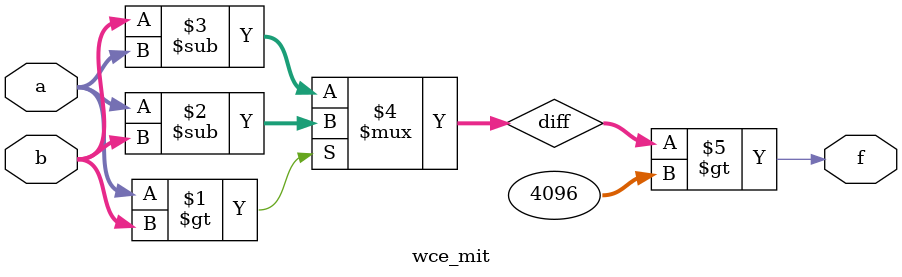
<source format=v>
module wce_mit(a, b, f);
parameter _bit = 32;
parameter wce = 4096;
input [_bit - 1: 0] a;
input [_bit - 1: 0] b;
output f;
wire [_bit - 1: 0] diff;
assign diff = (a > b)? (a - b): (b - a);
assign f = (diff > wce);
endmodule

</source>
